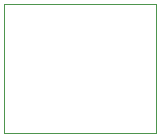
<source format=gbr>
%TF.GenerationSoftware,KiCad,Pcbnew,(5.1.10)-1*%
%TF.CreationDate,2023-09-14T18:46:53-05:00*%
%TF.ProjectId,perovskite_contact_board,7065726f-7673-46b6-9974-655f636f6e74,V3*%
%TF.SameCoordinates,Original*%
%TF.FileFunction,Profile,NP*%
%FSLAX46Y46*%
G04 Gerber Fmt 4.6, Leading zero omitted, Abs format (unit mm)*
G04 Created by KiCad (PCBNEW (5.1.10)-1) date 2023-09-14 18:46:53*
%MOMM*%
%LPD*%
G01*
G04 APERTURE LIST*
%TA.AperFunction,Profile*%
%ADD10C,0.100000*%
%TD*%
G04 APERTURE END LIST*
D10*
X157734000Y-115951000D02*
X157734000Y-105029000D01*
X170561000Y-115951000D02*
X157734000Y-115951000D01*
X170561000Y-105029000D02*
X170561000Y-115951000D01*
X157734000Y-105029000D02*
X170561000Y-105029000D01*
M02*

</source>
